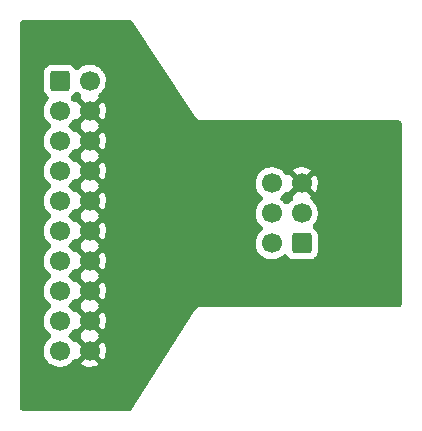
<source format=gbr>
%TF.GenerationSoftware,KiCad,Pcbnew,(6.0.0-0)*%
%TF.CreationDate,2022-03-26T15:15:51+01:00*%
%TF.ProjectId,ARM20CTX,41524d32-3043-4545-982e-6b696361645f,rev?*%
%TF.SameCoordinates,Original*%
%TF.FileFunction,Copper,L2,Bot*%
%TF.FilePolarity,Positive*%
%FSLAX46Y46*%
G04 Gerber Fmt 4.6, Leading zero omitted, Abs format (unit mm)*
G04 Created by KiCad (PCBNEW (6.0.0-0)) date 2022-03-26 15:15:51*
%MOMM*%
%LPD*%
G01*
G04 APERTURE LIST*
G04 Aperture macros list*
%AMRoundRect*
0 Rectangle with rounded corners*
0 $1 Rounding radius*
0 $2 $3 $4 $5 $6 $7 $8 $9 X,Y pos of 4 corners*
0 Add a 4 corners polygon primitive as box body*
4,1,4,$2,$3,$4,$5,$6,$7,$8,$9,$2,$3,0*
0 Add four circle primitives for the rounded corners*
1,1,$1+$1,$2,$3*
1,1,$1+$1,$4,$5*
1,1,$1+$1,$6,$7*
1,1,$1+$1,$8,$9*
0 Add four rect primitives between the rounded corners*
20,1,$1+$1,$2,$3,$4,$5,0*
20,1,$1+$1,$4,$5,$6,$7,0*
20,1,$1+$1,$6,$7,$8,$9,0*
20,1,$1+$1,$8,$9,$2,$3,0*%
G04 Aperture macros list end*
%TA.AperFunction,ComponentPad*%
%ADD10C,1.700000*%
%TD*%
%TA.AperFunction,ComponentPad*%
%ADD11RoundRect,0.250000X-0.600000X-0.600000X0.600000X-0.600000X0.600000X0.600000X-0.600000X0.600000X0*%
%TD*%
%TA.AperFunction,ComponentPad*%
%ADD12RoundRect,0.250000X0.600000X0.600000X-0.600000X0.600000X-0.600000X-0.600000X0.600000X-0.600000X0*%
%TD*%
G04 APERTURE END LIST*
D10*
%TO.P,J1,20,Pin_20*%
%TO.N,GND*%
X126746001Y-92913200D03*
%TO.P,J1,18,Pin_18*%
X126746001Y-90373200D03*
%TO.P,J1,16,Pin_16*%
X126746001Y-87833200D03*
%TO.P,J1,14,Pin_14*%
X126746001Y-85293200D03*
%TO.P,J1,12,Pin_12*%
X126746001Y-82753200D03*
%TO.P,J1,10,Pin_10*%
X126746001Y-80213200D03*
%TO.P,J1,8,Pin_8*%
X126746001Y-77673200D03*
%TO.P,J1,6,Pin_6*%
X126746001Y-75133200D03*
%TO.P,J1,4,Pin_4*%
X126746001Y-72593200D03*
%TO.P,J1,2,Pin_2*%
%TO.N,unconnected-(J1-Pad2)*%
X126746001Y-70053200D03*
%TO.P,J1,19,Pin_19*%
%TO.N,unconnected-(J1-Pad19)*%
X124206001Y-92913200D03*
%TO.P,J1,17,Pin_17*%
%TO.N,unconnected-(J1-Pad17)*%
X124206001Y-90373200D03*
%TO.P,J1,15,Pin_15*%
%TO.N,nRESET*%
X124206001Y-87833200D03*
%TO.P,J1,13,Pin_13*%
%TO.N,SWO*%
X124206001Y-85293200D03*
%TO.P,J1,11,Pin_11*%
%TO.N,RTCK*%
X124206001Y-82753200D03*
%TO.P,J1,9,Pin_9*%
%TO.N,SWCLK*%
X124206001Y-80213200D03*
%TO.P,J1,7,Pin_7*%
%TO.N,SWDIO*%
X124206001Y-77673200D03*
%TO.P,J1,5,Pin_5*%
%TO.N,TDI*%
X124206001Y-75133200D03*
%TO.P,J1,3,Pin_3*%
%TO.N,nTRST*%
X124206001Y-72593200D03*
D11*
%TO.P,J1,1,Pin_1*%
%TO.N,VCC*%
X124206001Y-70053200D03*
%TD*%
D12*
%TO.P,J2,1,Pin_1*%
%TO.N,VCC*%
X144696400Y-83820000D03*
D10*
%TO.P,J2,2,Pin_2*%
%TO.N,SWDIO*%
X142156400Y-83820000D03*
%TO.P,J2,3,Pin_3*%
%TO.N,nRESET*%
X144696400Y-81280000D03*
%TO.P,J2,4,Pin_4*%
%TO.N,SWCLK*%
X142156400Y-81280000D03*
%TO.P,J2,5,Pin_5*%
%TO.N,GND*%
X144696400Y-78740000D03*
%TO.P,J2,6,Pin_6*%
%TO.N,SWO*%
X142156400Y-78740000D03*
%TD*%
%TA.AperFunction,Conductor*%
%TO.N,GND*%
G36*
X130244867Y-64941658D02*
G01*
X130326946Y-64996502D01*
X130358750Y-65035351D01*
X135430914Y-72666443D01*
X135765774Y-73170242D01*
X135769042Y-73175288D01*
X135803960Y-73230631D01*
X135817475Y-73242567D01*
X135824662Y-73248915D01*
X135845901Y-73270038D01*
X135852292Y-73277196D01*
X135852295Y-73277199D01*
X135864295Y-73290638D01*
X135879583Y-73300169D01*
X135888775Y-73307906D01*
X135889491Y-73308439D01*
X135899521Y-73315027D01*
X135913028Y-73326956D01*
X135938037Y-73338698D01*
X135964342Y-73353008D01*
X135967302Y-73354853D01*
X135987779Y-73367618D01*
X136005141Y-73372478D01*
X136016147Y-73377330D01*
X136016936Y-73377624D01*
X136028434Y-73381139D01*
X136044748Y-73388799D01*
X136072037Y-73393048D01*
X136101313Y-73399402D01*
X136110547Y-73401987D01*
X136110552Y-73401988D01*
X136127907Y-73406846D01*
X136199792Y-73406017D01*
X136202709Y-73406000D01*
X152909000Y-73406000D01*
X153005819Y-73425258D01*
X153087898Y-73480102D01*
X153142742Y-73562181D01*
X153162000Y-73659000D01*
X153162000Y-88951800D01*
X153142742Y-89048619D01*
X153087898Y-89130698D01*
X153005819Y-89185542D01*
X152909000Y-89204800D01*
X136156966Y-89204800D01*
X136156083Y-89204798D01*
X136073015Y-89204508D01*
X136055692Y-89209508D01*
X136053921Y-89210019D01*
X136019623Y-89217388D01*
X136018370Y-89217568D01*
X135999955Y-89220205D01*
X135983544Y-89227666D01*
X135982731Y-89227904D01*
X135951303Y-89239513D01*
X135950526Y-89239863D01*
X135933208Y-89244862D01*
X135916419Y-89255516D01*
X135885581Y-89272207D01*
X135883899Y-89272972D01*
X135867490Y-89280433D01*
X135853837Y-89292197D01*
X135853101Y-89292668D01*
X135826210Y-89312621D01*
X135825559Y-89313178D01*
X135810345Y-89322833D01*
X135797222Y-89337770D01*
X135772310Y-89362445D01*
X135757253Y-89375419D01*
X135737849Y-89405356D01*
X135735728Y-89403981D01*
X135735602Y-89404126D01*
X135735266Y-89403833D01*
X135734483Y-89405514D01*
X135736554Y-89406831D01*
X135719606Y-89433485D01*
X135718502Y-89435205D01*
X135678107Y-89497527D01*
X135677443Y-89499749D01*
X135677263Y-89500078D01*
X130351564Y-97875950D01*
X130283364Y-97947318D01*
X130193043Y-97987155D01*
X130138067Y-97993200D01*
X121106200Y-97993200D01*
X121009381Y-97973942D01*
X120927302Y-97919098D01*
X120872458Y-97837019D01*
X120853200Y-97740200D01*
X120853200Y-92879895D01*
X122843252Y-92879895D01*
X122856111Y-93102915D01*
X122905223Y-93320839D01*
X122909130Y-93330460D01*
X122985361Y-93518198D01*
X122985364Y-93518204D01*
X122989267Y-93527816D01*
X122994691Y-93536667D01*
X123100561Y-93709433D01*
X123100565Y-93709439D01*
X123105988Y-93718288D01*
X123252251Y-93887138D01*
X123424127Y-94029832D01*
X123433093Y-94035071D01*
X123433094Y-94035072D01*
X123486131Y-94066064D01*
X123617001Y-94142538D01*
X123825693Y-94222230D01*
X123928232Y-94243092D01*
X124034428Y-94264698D01*
X124034429Y-94264698D01*
X124044598Y-94266767D01*
X124167420Y-94271271D01*
X124257467Y-94274573D01*
X124257471Y-94274573D01*
X124267838Y-94274953D01*
X124386222Y-94259788D01*
X124479114Y-94247888D01*
X124479116Y-94247888D01*
X124489417Y-94246568D01*
X124563640Y-94224300D01*
X124693443Y-94185357D01*
X124693446Y-94185356D01*
X124703385Y-94182374D01*
X124903995Y-94084096D01*
X124912444Y-94078069D01*
X124912448Y-94078067D01*
X124967940Y-94038485D01*
X125985772Y-94038485D01*
X125988371Y-94042374D01*
X125993958Y-94046685D01*
X126148251Y-94136846D01*
X126166919Y-94145790D01*
X126356136Y-94218045D01*
X126376004Y-94223817D01*
X126574486Y-94264199D01*
X126595030Y-94266648D01*
X126797444Y-94274071D01*
X126818111Y-94273132D01*
X127019008Y-94247397D01*
X127039263Y-94243092D01*
X127233254Y-94184891D01*
X127252526Y-94177339D01*
X127434420Y-94088230D01*
X127452184Y-94077641D01*
X127489711Y-94050873D01*
X127504228Y-94035440D01*
X127500292Y-94026701D01*
X126763620Y-93290029D01*
X126746001Y-93278256D01*
X126728382Y-93290029D01*
X125997545Y-94020866D01*
X125985772Y-94038485D01*
X124967940Y-94038485D01*
X125077411Y-93960400D01*
X125085861Y-93954373D01*
X125093215Y-93947045D01*
X125236746Y-93804015D01*
X125236750Y-93804011D01*
X125244097Y-93796689D01*
X125250151Y-93788264D01*
X125250156Y-93788258D01*
X125283222Y-93742241D01*
X125355359Y-93674853D01*
X125447792Y-93640201D01*
X125546451Y-93643559D01*
X125594603Y-93660116D01*
X125622133Y-93672808D01*
X125628955Y-93670291D01*
X125632476Y-93667515D01*
X126369172Y-92930819D01*
X126380945Y-92913200D01*
X127111057Y-92913200D01*
X127122830Y-92930819D01*
X127851668Y-93659657D01*
X127869287Y-93671430D01*
X127877368Y-93666031D01*
X127907964Y-93623451D01*
X127918623Y-93605711D01*
X128008364Y-93424135D01*
X128015983Y-93404892D01*
X128074864Y-93211092D01*
X128079235Y-93190875D01*
X128106149Y-92986443D01*
X128107193Y-92973024D01*
X128108490Y-92919939D01*
X128108103Y-92906484D01*
X128091209Y-92700999D01*
X128087827Y-92680565D01*
X128038486Y-92484136D01*
X128031814Y-92464538D01*
X127951055Y-92278803D01*
X127941270Y-92260555D01*
X127882759Y-92170109D01*
X127867999Y-92154904D01*
X127860913Y-92157716D01*
X127859773Y-92158638D01*
X127122830Y-92895581D01*
X127111057Y-92913200D01*
X126380945Y-92913200D01*
X126369172Y-92895581D01*
X125640657Y-92167066D01*
X125622012Y-92154608D01*
X125614213Y-92156159D01*
X125542822Y-92185731D01*
X125444106Y-92185731D01*
X125352904Y-92147954D01*
X125293015Y-92091960D01*
X125291651Y-92090189D01*
X125286015Y-92081477D01*
X125135671Y-91916251D01*
X125127532Y-91909823D01*
X125127519Y-91909811D01*
X125042567Y-91842720D01*
X124978522Y-91767600D01*
X124948100Y-91673689D01*
X124955931Y-91575285D01*
X124995148Y-91498485D01*
X125985772Y-91498485D01*
X125988819Y-91503045D01*
X126026596Y-91594246D01*
X126026596Y-91692962D01*
X125988819Y-91784163D01*
X125987511Y-91785850D01*
X125986443Y-91788889D01*
X125991565Y-91799554D01*
X126728382Y-92536371D01*
X126746001Y-92548144D01*
X126763620Y-92536371D01*
X127494583Y-91805408D01*
X127506356Y-91787790D01*
X127503063Y-91782862D01*
X127465286Y-91691660D01*
X127465286Y-91592944D01*
X127499678Y-91509915D01*
X127504736Y-91496565D01*
X127500292Y-91486701D01*
X126763620Y-90750029D01*
X126746001Y-90738256D01*
X126728382Y-90750029D01*
X125997545Y-91480866D01*
X125985772Y-91498485D01*
X124995148Y-91498485D01*
X125000825Y-91487368D01*
X125052455Y-91438201D01*
X125077411Y-91420400D01*
X125085861Y-91414373D01*
X125093215Y-91407045D01*
X125236746Y-91264015D01*
X125236750Y-91264011D01*
X125244097Y-91256689D01*
X125250151Y-91248264D01*
X125250156Y-91248258D01*
X125283222Y-91202241D01*
X125355359Y-91134853D01*
X125447792Y-91100201D01*
X125546451Y-91103559D01*
X125594603Y-91120116D01*
X125622133Y-91132808D01*
X125628955Y-91130291D01*
X125632476Y-91127515D01*
X126369172Y-90390819D01*
X126380945Y-90373200D01*
X127111057Y-90373200D01*
X127122830Y-90390819D01*
X127851668Y-91119657D01*
X127869287Y-91131430D01*
X127877368Y-91126031D01*
X127907964Y-91083451D01*
X127918623Y-91065711D01*
X128008364Y-90884135D01*
X128015983Y-90864892D01*
X128074864Y-90671092D01*
X128079235Y-90650875D01*
X128106149Y-90446443D01*
X128107193Y-90433024D01*
X128108490Y-90379939D01*
X128108103Y-90366484D01*
X128091209Y-90160999D01*
X128087827Y-90140565D01*
X128038486Y-89944136D01*
X128031814Y-89924538D01*
X127951055Y-89738803D01*
X127941270Y-89720555D01*
X127882759Y-89630109D01*
X127867999Y-89614904D01*
X127860913Y-89617716D01*
X127859773Y-89618638D01*
X127122830Y-90355581D01*
X127111057Y-90373200D01*
X126380945Y-90373200D01*
X126369172Y-90355581D01*
X125640657Y-89627066D01*
X125622012Y-89614608D01*
X125614213Y-89616159D01*
X125542822Y-89645731D01*
X125444106Y-89645731D01*
X125352904Y-89607954D01*
X125293015Y-89551960D01*
X125291651Y-89550189D01*
X125286015Y-89541477D01*
X125163496Y-89406830D01*
X125142657Y-89383928D01*
X125142654Y-89383925D01*
X125135671Y-89376251D01*
X125127532Y-89369823D01*
X125127519Y-89369811D01*
X125042567Y-89302720D01*
X124978522Y-89227600D01*
X124948100Y-89133689D01*
X124955931Y-89035285D01*
X124995148Y-88958485D01*
X125985772Y-88958485D01*
X125988819Y-88963045D01*
X126026596Y-89054246D01*
X126026596Y-89152962D01*
X125988819Y-89244163D01*
X125987511Y-89245850D01*
X125986443Y-89248889D01*
X125991565Y-89259554D01*
X126728382Y-89996371D01*
X126746001Y-90008144D01*
X126763620Y-89996371D01*
X127494583Y-89265408D01*
X127506356Y-89247790D01*
X127503063Y-89242862D01*
X127465286Y-89151660D01*
X127465286Y-89052944D01*
X127499678Y-88969915D01*
X127504736Y-88956565D01*
X127500292Y-88946701D01*
X126763620Y-88210029D01*
X126746001Y-88198256D01*
X126728382Y-88210029D01*
X125997545Y-88940866D01*
X125985772Y-88958485D01*
X124995148Y-88958485D01*
X125000825Y-88947368D01*
X125052455Y-88898201D01*
X125077411Y-88880400D01*
X125085861Y-88874373D01*
X125093215Y-88867045D01*
X125236746Y-88724015D01*
X125236750Y-88724011D01*
X125244097Y-88716689D01*
X125250151Y-88708264D01*
X125250156Y-88708258D01*
X125283222Y-88662241D01*
X125355359Y-88594853D01*
X125447792Y-88560201D01*
X125546451Y-88563559D01*
X125594603Y-88580116D01*
X125622133Y-88592808D01*
X125628955Y-88590291D01*
X125632476Y-88587515D01*
X126369172Y-87850819D01*
X126380945Y-87833200D01*
X127111057Y-87833200D01*
X127122830Y-87850819D01*
X127851668Y-88579657D01*
X127869287Y-88591430D01*
X127877368Y-88586031D01*
X127907964Y-88543451D01*
X127918623Y-88525711D01*
X128008364Y-88344135D01*
X128015983Y-88324892D01*
X128074864Y-88131092D01*
X128079235Y-88110875D01*
X128106149Y-87906443D01*
X128107193Y-87893024D01*
X128108490Y-87839939D01*
X128108103Y-87826484D01*
X128091209Y-87620999D01*
X128087827Y-87600565D01*
X128038486Y-87404136D01*
X128031814Y-87384538D01*
X127951055Y-87198803D01*
X127941270Y-87180555D01*
X127882759Y-87090109D01*
X127867999Y-87074904D01*
X127860913Y-87077716D01*
X127859773Y-87078638D01*
X127122830Y-87815581D01*
X127111057Y-87833200D01*
X126380945Y-87833200D01*
X126369172Y-87815581D01*
X125640657Y-87087066D01*
X125622012Y-87074608D01*
X125614213Y-87076159D01*
X125542822Y-87105731D01*
X125444106Y-87105731D01*
X125352904Y-87067954D01*
X125293015Y-87011960D01*
X125291651Y-87010189D01*
X125286015Y-87001477D01*
X125135671Y-86836251D01*
X125127532Y-86829823D01*
X125127519Y-86829811D01*
X125042567Y-86762720D01*
X124978522Y-86687600D01*
X124948100Y-86593689D01*
X124955931Y-86495285D01*
X124995148Y-86418485D01*
X125985772Y-86418485D01*
X125988819Y-86423045D01*
X126026596Y-86514246D01*
X126026596Y-86612962D01*
X125988819Y-86704163D01*
X125987511Y-86705850D01*
X125986443Y-86708889D01*
X125991565Y-86719554D01*
X126728382Y-87456371D01*
X126746001Y-87468144D01*
X126763620Y-87456371D01*
X127494583Y-86725408D01*
X127506356Y-86707790D01*
X127503063Y-86702862D01*
X127465286Y-86611660D01*
X127465286Y-86512944D01*
X127499678Y-86429915D01*
X127504736Y-86416565D01*
X127500292Y-86406701D01*
X126763620Y-85670029D01*
X126746001Y-85658256D01*
X126728382Y-85670029D01*
X125997545Y-86400866D01*
X125985772Y-86418485D01*
X124995148Y-86418485D01*
X125000825Y-86407368D01*
X125052455Y-86358201D01*
X125077411Y-86340400D01*
X125085861Y-86334373D01*
X125093215Y-86327045D01*
X125236746Y-86184015D01*
X125236750Y-86184011D01*
X125244097Y-86176689D01*
X125250151Y-86168264D01*
X125250156Y-86168258D01*
X125283222Y-86122241D01*
X125355359Y-86054853D01*
X125447792Y-86020201D01*
X125546451Y-86023559D01*
X125594603Y-86040116D01*
X125622133Y-86052808D01*
X125628955Y-86050291D01*
X125632476Y-86047515D01*
X126369172Y-85310819D01*
X126380945Y-85293200D01*
X127111057Y-85293200D01*
X127122830Y-85310819D01*
X127851668Y-86039657D01*
X127869287Y-86051430D01*
X127877368Y-86046031D01*
X127907964Y-86003451D01*
X127918623Y-85985711D01*
X128008364Y-85804135D01*
X128015983Y-85784892D01*
X128074864Y-85591092D01*
X128079235Y-85570875D01*
X128106149Y-85366443D01*
X128107193Y-85353024D01*
X128108490Y-85299939D01*
X128108103Y-85286484D01*
X128091209Y-85080999D01*
X128087827Y-85060565D01*
X128038486Y-84864136D01*
X128031814Y-84844538D01*
X127951055Y-84658803D01*
X127941270Y-84640555D01*
X127882759Y-84550109D01*
X127867999Y-84534904D01*
X127860913Y-84537716D01*
X127859773Y-84538638D01*
X127122830Y-85275581D01*
X127111057Y-85293200D01*
X126380945Y-85293200D01*
X126369172Y-85275581D01*
X125640657Y-84547066D01*
X125622012Y-84534608D01*
X125614213Y-84536159D01*
X125542822Y-84565731D01*
X125444106Y-84565731D01*
X125352904Y-84527954D01*
X125293015Y-84471960D01*
X125291651Y-84470189D01*
X125286015Y-84461477D01*
X125135671Y-84296251D01*
X125127532Y-84289823D01*
X125127519Y-84289811D01*
X125042567Y-84222720D01*
X124978522Y-84147600D01*
X124948100Y-84053689D01*
X124955931Y-83955285D01*
X124995148Y-83878485D01*
X125985772Y-83878485D01*
X125988819Y-83883045D01*
X126026596Y-83974246D01*
X126026596Y-84072962D01*
X125988819Y-84164163D01*
X125987511Y-84165850D01*
X125986443Y-84168889D01*
X125991565Y-84179554D01*
X126728382Y-84916371D01*
X126746001Y-84928144D01*
X126763620Y-84916371D01*
X127494583Y-84185408D01*
X127506356Y-84167790D01*
X127503063Y-84162862D01*
X127465286Y-84071660D01*
X127465286Y-83972944D01*
X127499678Y-83889915D01*
X127504736Y-83876565D01*
X127500292Y-83866701D01*
X127420286Y-83786695D01*
X140793651Y-83786695D01*
X140794249Y-83797067D01*
X140794249Y-83797068D01*
X140803372Y-83955285D01*
X140806510Y-84009715D01*
X140855622Y-84227639D01*
X140874380Y-84273835D01*
X140935760Y-84424998D01*
X140935763Y-84425004D01*
X140939666Y-84434616D01*
X140945090Y-84443467D01*
X141050960Y-84616233D01*
X141050964Y-84616239D01*
X141056387Y-84625088D01*
X141202650Y-84793938D01*
X141210642Y-84800573D01*
X141210643Y-84800574D01*
X141227265Y-84814374D01*
X141374526Y-84936632D01*
X141567400Y-85049338D01*
X141577096Y-85053041D01*
X141577097Y-85053041D01*
X141610023Y-85065614D01*
X141776092Y-85129030D01*
X141881050Y-85150384D01*
X141984827Y-85171498D01*
X141984828Y-85171498D01*
X141994997Y-85173567D01*
X142117819Y-85178071D01*
X142207866Y-85181373D01*
X142207870Y-85181373D01*
X142218237Y-85181753D01*
X142336621Y-85166588D01*
X142429513Y-85154688D01*
X142429515Y-85154688D01*
X142439816Y-85153368D01*
X142533284Y-85125326D01*
X142643842Y-85092157D01*
X142643845Y-85092156D01*
X142653784Y-85089174D01*
X142854394Y-84990896D01*
X142862843Y-84984869D01*
X142862847Y-84984867D01*
X142961299Y-84914642D01*
X143036260Y-84861173D01*
X143083224Y-84814372D01*
X143165397Y-84759674D01*
X143262250Y-84740585D01*
X143359035Y-84760013D01*
X143441018Y-84815000D01*
X143476945Y-84860450D01*
X143479226Y-84864136D01*
X143497922Y-84894348D01*
X143623097Y-85019305D01*
X143773662Y-85112115D01*
X143889040Y-85150384D01*
X143927514Y-85163145D01*
X143941539Y-85167797D01*
X144046000Y-85178500D01*
X145346800Y-85178500D01*
X145353306Y-85177825D01*
X145438796Y-85168955D01*
X145438798Y-85168954D01*
X145452566Y-85167526D01*
X145561748Y-85131100D01*
X145606406Y-85116201D01*
X145606408Y-85116200D01*
X145620346Y-85111550D01*
X145695547Y-85065014D01*
X145758252Y-85026211D01*
X145758253Y-85026210D01*
X145770748Y-85018478D01*
X145804301Y-84984867D01*
X145885320Y-84903706D01*
X145895705Y-84893303D01*
X145961794Y-84786088D01*
X145980802Y-84755251D01*
X145980802Y-84755250D01*
X145988515Y-84742738D01*
X146044197Y-84574861D01*
X146054900Y-84470400D01*
X146054900Y-83169600D01*
X146043926Y-83063834D01*
X146012860Y-82970719D01*
X145992601Y-82909994D01*
X145992600Y-82909992D01*
X145987950Y-82896054D01*
X145894878Y-82745652D01*
X145769703Y-82620695D01*
X145757191Y-82612982D01*
X145757184Y-82612977D01*
X145737436Y-82600804D01*
X145665123Y-82533606D01*
X145624031Y-82443849D01*
X145620415Y-82345200D01*
X145654826Y-82252676D01*
X145691611Y-82206224D01*
X145727145Y-82170814D01*
X145734496Y-82163489D01*
X145773517Y-82109186D01*
X145831481Y-82028519D01*
X145864853Y-81982077D01*
X145898597Y-81913802D01*
X145959227Y-81791125D01*
X145959228Y-81791123D01*
X145963830Y-81781811D01*
X145993936Y-81682720D01*
X146025752Y-81578003D01*
X146025752Y-81578001D01*
X146028770Y-81568069D01*
X146033564Y-81531660D01*
X146045297Y-81442538D01*
X146057929Y-81346590D01*
X146058339Y-81329832D01*
X146059392Y-81286730D01*
X146059392Y-81286722D01*
X146059556Y-81280000D01*
X146041252Y-81057361D01*
X146033016Y-81024570D01*
X146019668Y-80971430D01*
X145986831Y-80840702D01*
X145965397Y-80791406D01*
X145901894Y-80645361D01*
X145901893Y-80645360D01*
X145897754Y-80635840D01*
X145888050Y-80620839D01*
X145782054Y-80456995D01*
X145782054Y-80456994D01*
X145776414Y-80448277D01*
X145626070Y-80283051D01*
X145617925Y-80276618D01*
X145617917Y-80276611D01*
X145517069Y-80196965D01*
X145453024Y-80121845D01*
X145422602Y-80027934D01*
X145430433Y-79929529D01*
X145441084Y-79908672D01*
X145438361Y-79907640D01*
X145455135Y-79863365D01*
X145450691Y-79853501D01*
X144714019Y-79116829D01*
X144696400Y-79105056D01*
X144678781Y-79116829D01*
X143947944Y-79847666D01*
X143935486Y-79866311D01*
X143936391Y-79870864D01*
X143968447Y-79948248D01*
X143968449Y-80046964D01*
X143930673Y-80138166D01*
X143872215Y-80199931D01*
X143845567Y-80219939D01*
X143791365Y-80260635D01*
X143784186Y-80268147D01*
X143784183Y-80268150D01*
X143766702Y-80286443D01*
X143637029Y-80422138D01*
X143631175Y-80430719D01*
X143624641Y-80438788D01*
X143622545Y-80437091D01*
X143565040Y-80493514D01*
X143473484Y-80530423D01*
X143374773Y-80529486D01*
X143283934Y-80490845D01*
X143237648Y-80447154D01*
X143236414Y-80448277D01*
X143093056Y-80290728D01*
X143093053Y-80290725D01*
X143086070Y-80283051D01*
X143077931Y-80276623D01*
X143077918Y-80276611D01*
X142992966Y-80209520D01*
X142928921Y-80134400D01*
X142898499Y-80040489D01*
X142906330Y-79942085D01*
X142951224Y-79854168D01*
X143002854Y-79805001D01*
X143027810Y-79787200D01*
X143036260Y-79781173D01*
X143043614Y-79773845D01*
X143187145Y-79630815D01*
X143187149Y-79630811D01*
X143194496Y-79623489D01*
X143200550Y-79615064D01*
X143200555Y-79615058D01*
X143233621Y-79569041D01*
X143305758Y-79501653D01*
X143398191Y-79467001D01*
X143496850Y-79470359D01*
X143545002Y-79486916D01*
X143572532Y-79499608D01*
X143579354Y-79497091D01*
X143582875Y-79494315D01*
X144319571Y-78757619D01*
X144331344Y-78740000D01*
X145061456Y-78740000D01*
X145073229Y-78757619D01*
X145802067Y-79486457D01*
X145819686Y-79498230D01*
X145827767Y-79492831D01*
X145858363Y-79450251D01*
X145869022Y-79432511D01*
X145958763Y-79250935D01*
X145966382Y-79231692D01*
X146025263Y-79037892D01*
X146029634Y-79017675D01*
X146056548Y-78813243D01*
X146057592Y-78799824D01*
X146058889Y-78746739D01*
X146058502Y-78733284D01*
X146041608Y-78527799D01*
X146038226Y-78507365D01*
X145988885Y-78310936D01*
X145982213Y-78291338D01*
X145901454Y-78105603D01*
X145891669Y-78087355D01*
X145833158Y-77996909D01*
X145818398Y-77981704D01*
X145811312Y-77984516D01*
X145810172Y-77985438D01*
X145073229Y-78722381D01*
X145061456Y-78740000D01*
X144331344Y-78740000D01*
X144319571Y-78722381D01*
X143591056Y-77993866D01*
X143572411Y-77981408D01*
X143564612Y-77982959D01*
X143493221Y-78012531D01*
X143394505Y-78012531D01*
X143303303Y-77974754D01*
X143243414Y-77918760D01*
X143242050Y-77916989D01*
X143236414Y-77908277D01*
X143086070Y-77743051D01*
X143077928Y-77736621D01*
X143077925Y-77736618D01*
X142968587Y-77650268D01*
X142926211Y-77616801D01*
X143937377Y-77616801D01*
X143941964Y-77626354D01*
X144678781Y-78363171D01*
X144696400Y-78374944D01*
X144714019Y-78363171D01*
X145444982Y-77632208D01*
X145456755Y-77614589D01*
X145451489Y-77606708D01*
X145441391Y-77599999D01*
X145264077Y-77502116D01*
X145245193Y-77493629D01*
X145054272Y-77426020D01*
X145034259Y-77420733D01*
X144834863Y-77385216D01*
X144814253Y-77383267D01*
X144611731Y-77380792D01*
X144591080Y-77382236D01*
X144390872Y-77412872D01*
X144370741Y-77417668D01*
X144178207Y-77480597D01*
X144159151Y-77488608D01*
X143979485Y-77582136D01*
X143961967Y-77593169D01*
X143951514Y-77601016D01*
X143937377Y-77616801D01*
X142926211Y-77616801D01*
X142910759Y-77604598D01*
X142827171Y-77558455D01*
X142724278Y-77501655D01*
X142724274Y-77501653D01*
X142715189Y-77496638D01*
X142705406Y-77493174D01*
X142705400Y-77493171D01*
X142514400Y-77425535D01*
X142514399Y-77425535D01*
X142504612Y-77422069D01*
X142494392Y-77420249D01*
X142494390Y-77420248D01*
X142294907Y-77384715D01*
X142284684Y-77382894D01*
X142274304Y-77382767D01*
X142274302Y-77382767D01*
X142159958Y-77381370D01*
X142061311Y-77380165D01*
X141840491Y-77413955D01*
X141830618Y-77417182D01*
X141830614Y-77417183D01*
X141728495Y-77450561D01*
X141628156Y-77483357D01*
X141430007Y-77586507D01*
X141251365Y-77720635D01*
X141244186Y-77728147D01*
X141244183Y-77728150D01*
X141226702Y-77746443D01*
X141097029Y-77882138D01*
X140971143Y-78066680D01*
X140877088Y-78269305D01*
X140874313Y-78279312D01*
X140874312Y-78279314D01*
X140851056Y-78363171D01*
X140817389Y-78484570D01*
X140793651Y-78706695D01*
X140794249Y-78717067D01*
X140794249Y-78717068D01*
X140803372Y-78875285D01*
X140806510Y-78929715D01*
X140855622Y-79147639D01*
X140874380Y-79193835D01*
X140935760Y-79344998D01*
X140935763Y-79345004D01*
X140939666Y-79354616D01*
X140945090Y-79363467D01*
X141050960Y-79536233D01*
X141050964Y-79536239D01*
X141056387Y-79545088D01*
X141202650Y-79713938D01*
X141325090Y-79815590D01*
X141387280Y-79892249D01*
X141415399Y-79986875D01*
X141405167Y-80085059D01*
X141358140Y-80171853D01*
X141315387Y-80212566D01*
X141251365Y-80260635D01*
X141244186Y-80268147D01*
X141244183Y-80268150D01*
X141226702Y-80286443D01*
X141097029Y-80422138D01*
X140971143Y-80606680D01*
X140877088Y-80809305D01*
X140817389Y-81024570D01*
X140793651Y-81246695D01*
X140794249Y-81257067D01*
X140794249Y-81257068D01*
X140803372Y-81415285D01*
X140806510Y-81469715D01*
X140855622Y-81687639D01*
X140874380Y-81733835D01*
X140935760Y-81884998D01*
X140935763Y-81885004D01*
X140939666Y-81894616D01*
X140945090Y-81903467D01*
X141050960Y-82076233D01*
X141050964Y-82076239D01*
X141056387Y-82085088D01*
X141202650Y-82253938D01*
X141325090Y-82355590D01*
X141387280Y-82432249D01*
X141415399Y-82526875D01*
X141405167Y-82625059D01*
X141358140Y-82711853D01*
X141315387Y-82752566D01*
X141251365Y-82800635D01*
X141244186Y-82808147D01*
X141244183Y-82808150D01*
X141205411Y-82848723D01*
X141097029Y-82962138D01*
X140971143Y-83146680D01*
X140877088Y-83349305D01*
X140817389Y-83564570D01*
X140793651Y-83786695D01*
X127420286Y-83786695D01*
X126763620Y-83130029D01*
X126746001Y-83118256D01*
X126728382Y-83130029D01*
X125997545Y-83860866D01*
X125985772Y-83878485D01*
X124995148Y-83878485D01*
X125000825Y-83867368D01*
X125052455Y-83818201D01*
X125077411Y-83800400D01*
X125085861Y-83794373D01*
X125103928Y-83776369D01*
X125236746Y-83644015D01*
X125236750Y-83644011D01*
X125244097Y-83636689D01*
X125250151Y-83628264D01*
X125250156Y-83628258D01*
X125283222Y-83582241D01*
X125355359Y-83514853D01*
X125447792Y-83480201D01*
X125546451Y-83483559D01*
X125594603Y-83500116D01*
X125622133Y-83512808D01*
X125628955Y-83510291D01*
X125632476Y-83507515D01*
X126369172Y-82770819D01*
X126380945Y-82753200D01*
X127111057Y-82753200D01*
X127122830Y-82770819D01*
X127851668Y-83499657D01*
X127869287Y-83511430D01*
X127877368Y-83506031D01*
X127907964Y-83463451D01*
X127918623Y-83445711D01*
X128008364Y-83264135D01*
X128015983Y-83244892D01*
X128074864Y-83051092D01*
X128079235Y-83030875D01*
X128106149Y-82826443D01*
X128107193Y-82813024D01*
X128108490Y-82759939D01*
X128108103Y-82746484D01*
X128091209Y-82540999D01*
X128087827Y-82520565D01*
X128038486Y-82324136D01*
X128031814Y-82304538D01*
X127951055Y-82118803D01*
X127941270Y-82100555D01*
X127882759Y-82010109D01*
X127867999Y-81994904D01*
X127860913Y-81997716D01*
X127859773Y-81998638D01*
X127122830Y-82735581D01*
X127111057Y-82753200D01*
X126380945Y-82753200D01*
X126369172Y-82735581D01*
X125640657Y-82007066D01*
X125622012Y-81994608D01*
X125614213Y-81996159D01*
X125542822Y-82025731D01*
X125444106Y-82025731D01*
X125352904Y-81987954D01*
X125293015Y-81931960D01*
X125291651Y-81930189D01*
X125286015Y-81921477D01*
X125135671Y-81756251D01*
X125127532Y-81749823D01*
X125127519Y-81749811D01*
X125042567Y-81682720D01*
X124978522Y-81607600D01*
X124948100Y-81513689D01*
X124955931Y-81415285D01*
X124995148Y-81338485D01*
X125985772Y-81338485D01*
X125988819Y-81343045D01*
X126026596Y-81434246D01*
X126026596Y-81532962D01*
X125988819Y-81624163D01*
X125987511Y-81625850D01*
X125986443Y-81628889D01*
X125991565Y-81639554D01*
X126728382Y-82376371D01*
X126746001Y-82388144D01*
X126763620Y-82376371D01*
X127494583Y-81645408D01*
X127506356Y-81627790D01*
X127503063Y-81622862D01*
X127465286Y-81531660D01*
X127465286Y-81432944D01*
X127499678Y-81349915D01*
X127504736Y-81336565D01*
X127500292Y-81326701D01*
X126763620Y-80590029D01*
X126746001Y-80578256D01*
X126728382Y-80590029D01*
X125997545Y-81320866D01*
X125985772Y-81338485D01*
X124995148Y-81338485D01*
X125000825Y-81327368D01*
X125052455Y-81278201D01*
X125077411Y-81260400D01*
X125085861Y-81254373D01*
X125103928Y-81236369D01*
X125236746Y-81104015D01*
X125236750Y-81104011D01*
X125244097Y-81096689D01*
X125250151Y-81088264D01*
X125250156Y-81088258D01*
X125283222Y-81042241D01*
X125355359Y-80974853D01*
X125447792Y-80940201D01*
X125546451Y-80943559D01*
X125594603Y-80960116D01*
X125622133Y-80972808D01*
X125628955Y-80970291D01*
X125632476Y-80967515D01*
X126369172Y-80230819D01*
X126380945Y-80213200D01*
X127111057Y-80213200D01*
X127122830Y-80230819D01*
X127851668Y-80959657D01*
X127869287Y-80971430D01*
X127877368Y-80966031D01*
X127907964Y-80923451D01*
X127918623Y-80905711D01*
X128008364Y-80724135D01*
X128015983Y-80704892D01*
X128074864Y-80511092D01*
X128079235Y-80490875D01*
X128106149Y-80286443D01*
X128107193Y-80273024D01*
X128108490Y-80219939D01*
X128108103Y-80206484D01*
X128091209Y-80000999D01*
X128087827Y-79980565D01*
X128038486Y-79784136D01*
X128031814Y-79764538D01*
X127951055Y-79578803D01*
X127941270Y-79560555D01*
X127882759Y-79470109D01*
X127867999Y-79454904D01*
X127860913Y-79457716D01*
X127859773Y-79458638D01*
X127122830Y-80195581D01*
X127111057Y-80213200D01*
X126380945Y-80213200D01*
X126369172Y-80195581D01*
X125640657Y-79467066D01*
X125622012Y-79454608D01*
X125614213Y-79456159D01*
X125542822Y-79485731D01*
X125444106Y-79485731D01*
X125352904Y-79447954D01*
X125293015Y-79391960D01*
X125291651Y-79390189D01*
X125286015Y-79381477D01*
X125158929Y-79241811D01*
X125142657Y-79223928D01*
X125142654Y-79223925D01*
X125135671Y-79216251D01*
X125127532Y-79209823D01*
X125127519Y-79209811D01*
X125042567Y-79142720D01*
X124978522Y-79067600D01*
X124948100Y-78973689D01*
X124955931Y-78875285D01*
X124995148Y-78798485D01*
X125985772Y-78798485D01*
X125988819Y-78803045D01*
X126026596Y-78894246D01*
X126026596Y-78992962D01*
X125988819Y-79084163D01*
X125987511Y-79085850D01*
X125986443Y-79088889D01*
X125991565Y-79099554D01*
X126728382Y-79836371D01*
X126746001Y-79848144D01*
X126763620Y-79836371D01*
X127494583Y-79105408D01*
X127506356Y-79087790D01*
X127503063Y-79082862D01*
X127465286Y-78991660D01*
X127465286Y-78892944D01*
X127499678Y-78809915D01*
X127504736Y-78796565D01*
X127500292Y-78786701D01*
X126763620Y-78050029D01*
X126746001Y-78038256D01*
X126728382Y-78050029D01*
X125997545Y-78780866D01*
X125985772Y-78798485D01*
X124995148Y-78798485D01*
X125000825Y-78787368D01*
X125052455Y-78738201D01*
X125085861Y-78714373D01*
X125103928Y-78696369D01*
X125236746Y-78564015D01*
X125236750Y-78564011D01*
X125244097Y-78556689D01*
X125250151Y-78548264D01*
X125250156Y-78548258D01*
X125283222Y-78502241D01*
X125355359Y-78434853D01*
X125447792Y-78400201D01*
X125546451Y-78403559D01*
X125594603Y-78420116D01*
X125622133Y-78432808D01*
X125628955Y-78430291D01*
X125632476Y-78427515D01*
X126369172Y-77690819D01*
X126380945Y-77673200D01*
X127111057Y-77673200D01*
X127122830Y-77690819D01*
X127851668Y-78419657D01*
X127869287Y-78431430D01*
X127877368Y-78426031D01*
X127907964Y-78383451D01*
X127918623Y-78365711D01*
X128008364Y-78184135D01*
X128015983Y-78164892D01*
X128074864Y-77971092D01*
X128079235Y-77950875D01*
X128106149Y-77746443D01*
X128107193Y-77733024D01*
X128108490Y-77679939D01*
X128108103Y-77666484D01*
X128091209Y-77460999D01*
X128087827Y-77440565D01*
X128038486Y-77244136D01*
X128031814Y-77224538D01*
X127951055Y-77038803D01*
X127941270Y-77020555D01*
X127882759Y-76930109D01*
X127867999Y-76914904D01*
X127860913Y-76917716D01*
X127859773Y-76918638D01*
X127122830Y-77655581D01*
X127111057Y-77673200D01*
X126380945Y-77673200D01*
X126369172Y-77655581D01*
X125640657Y-76927066D01*
X125622012Y-76914608D01*
X125614213Y-76916159D01*
X125542822Y-76945731D01*
X125444106Y-76945731D01*
X125352904Y-76907954D01*
X125293015Y-76851960D01*
X125291651Y-76850189D01*
X125286015Y-76841477D01*
X125135671Y-76676251D01*
X125127532Y-76669823D01*
X125127519Y-76669811D01*
X125042567Y-76602720D01*
X124978522Y-76527600D01*
X124948100Y-76433689D01*
X124955931Y-76335285D01*
X124995148Y-76258485D01*
X125985772Y-76258485D01*
X125988819Y-76263045D01*
X126026596Y-76354246D01*
X126026596Y-76452962D01*
X125988819Y-76544163D01*
X125987511Y-76545850D01*
X125986443Y-76548889D01*
X125991565Y-76559554D01*
X126728382Y-77296371D01*
X126746001Y-77308144D01*
X126763620Y-77296371D01*
X127494583Y-76565408D01*
X127506356Y-76547790D01*
X127503063Y-76542862D01*
X127465286Y-76451660D01*
X127465286Y-76352944D01*
X127499678Y-76269915D01*
X127504736Y-76256565D01*
X127500292Y-76246701D01*
X126763620Y-75510029D01*
X126746001Y-75498256D01*
X126728382Y-75510029D01*
X125997545Y-76240866D01*
X125985772Y-76258485D01*
X124995148Y-76258485D01*
X125000825Y-76247368D01*
X125052455Y-76198201D01*
X125077411Y-76180400D01*
X125085861Y-76174373D01*
X125093215Y-76167045D01*
X125236746Y-76024015D01*
X125236750Y-76024011D01*
X125244097Y-76016689D01*
X125250151Y-76008264D01*
X125250156Y-76008258D01*
X125283222Y-75962241D01*
X125355359Y-75894853D01*
X125447792Y-75860201D01*
X125546451Y-75863559D01*
X125594603Y-75880116D01*
X125622133Y-75892808D01*
X125628955Y-75890291D01*
X125632476Y-75887515D01*
X126369172Y-75150819D01*
X126380945Y-75133200D01*
X127111057Y-75133200D01*
X127122830Y-75150819D01*
X127851668Y-75879657D01*
X127869287Y-75891430D01*
X127877368Y-75886031D01*
X127907964Y-75843451D01*
X127918623Y-75825711D01*
X128008364Y-75644135D01*
X128015983Y-75624892D01*
X128074864Y-75431092D01*
X128079235Y-75410875D01*
X128106149Y-75206443D01*
X128107193Y-75193024D01*
X128108490Y-75139939D01*
X128108103Y-75126484D01*
X128091209Y-74920999D01*
X128087827Y-74900565D01*
X128038486Y-74704136D01*
X128031814Y-74684538D01*
X127951055Y-74498803D01*
X127941270Y-74480555D01*
X127882759Y-74390109D01*
X127867999Y-74374904D01*
X127860913Y-74377716D01*
X127859773Y-74378638D01*
X127122830Y-75115581D01*
X127111057Y-75133200D01*
X126380945Y-75133200D01*
X126369172Y-75115581D01*
X125640657Y-74387066D01*
X125622012Y-74374608D01*
X125614213Y-74376159D01*
X125542822Y-74405731D01*
X125444106Y-74405731D01*
X125352904Y-74367954D01*
X125293015Y-74311960D01*
X125291651Y-74310189D01*
X125286015Y-74301477D01*
X125135671Y-74136251D01*
X125127532Y-74129823D01*
X125127519Y-74129811D01*
X125042567Y-74062720D01*
X124978522Y-73987600D01*
X124948100Y-73893689D01*
X124955931Y-73795285D01*
X124995148Y-73718485D01*
X125985772Y-73718485D01*
X125988819Y-73723045D01*
X126026596Y-73814246D01*
X126026596Y-73912962D01*
X125988819Y-74004163D01*
X125987511Y-74005850D01*
X125986443Y-74008889D01*
X125991565Y-74019554D01*
X126728382Y-74756371D01*
X126746001Y-74768144D01*
X126763620Y-74756371D01*
X127494583Y-74025408D01*
X127506356Y-74007790D01*
X127503063Y-74002862D01*
X127465286Y-73911660D01*
X127465286Y-73812944D01*
X127499678Y-73729915D01*
X127504736Y-73716565D01*
X127500292Y-73706701D01*
X126763620Y-72970029D01*
X126746001Y-72958256D01*
X126728382Y-72970029D01*
X125997545Y-73700866D01*
X125985772Y-73718485D01*
X124995148Y-73718485D01*
X125000825Y-73707368D01*
X125052455Y-73658201D01*
X125077411Y-73640400D01*
X125085861Y-73634373D01*
X125093215Y-73627045D01*
X125236746Y-73484015D01*
X125236750Y-73484011D01*
X125244097Y-73476689D01*
X125250151Y-73468264D01*
X125250156Y-73468258D01*
X125283222Y-73422241D01*
X125355359Y-73354853D01*
X125447792Y-73320201D01*
X125546451Y-73323559D01*
X125594603Y-73340116D01*
X125622133Y-73352808D01*
X125628955Y-73350291D01*
X125632476Y-73347515D01*
X126369172Y-72610819D01*
X126380945Y-72593200D01*
X127111057Y-72593200D01*
X127122830Y-72610819D01*
X127851668Y-73339657D01*
X127869287Y-73351430D01*
X127877368Y-73346031D01*
X127907964Y-73303451D01*
X127918623Y-73285711D01*
X128008364Y-73104135D01*
X128015983Y-73084892D01*
X128074864Y-72891092D01*
X128079235Y-72870875D01*
X128106149Y-72666443D01*
X128107193Y-72653024D01*
X128108490Y-72599939D01*
X128108103Y-72586484D01*
X128091209Y-72380999D01*
X128087827Y-72360565D01*
X128038486Y-72164136D01*
X128031814Y-72144538D01*
X127951055Y-71958803D01*
X127941270Y-71940555D01*
X127882759Y-71850109D01*
X127867999Y-71834904D01*
X127860913Y-71837716D01*
X127859773Y-71838638D01*
X127122830Y-72575581D01*
X127111057Y-72593200D01*
X126380945Y-72593200D01*
X126369172Y-72575581D01*
X125640657Y-71847066D01*
X125622012Y-71834608D01*
X125614213Y-71836159D01*
X125542822Y-71865731D01*
X125444106Y-71865731D01*
X125352904Y-71827954D01*
X125293015Y-71771960D01*
X125291651Y-71770189D01*
X125286015Y-71761477D01*
X125192112Y-71658279D01*
X125141196Y-71573708D01*
X125126520Y-71476089D01*
X125150318Y-71380285D01*
X125208967Y-71300880D01*
X125246108Y-71272867D01*
X125267853Y-71259411D01*
X125267854Y-71259410D01*
X125280349Y-71251678D01*
X125405306Y-71126503D01*
X125423954Y-71096251D01*
X125491151Y-71023937D01*
X125580906Y-70982842D01*
X125679555Y-70979224D01*
X125772080Y-71013633D01*
X125800934Y-71034347D01*
X125929324Y-71140938D01*
X125991515Y-71217600D01*
X126019634Y-71312226D01*
X126009402Y-71410410D01*
X126001673Y-71424058D01*
X126002130Y-71424218D01*
X125986443Y-71468889D01*
X125991565Y-71479554D01*
X126728382Y-72216371D01*
X126746001Y-72228144D01*
X126763620Y-72216371D01*
X127494583Y-71485408D01*
X127507041Y-71466763D01*
X127505986Y-71461455D01*
X127474508Y-71385459D01*
X127474509Y-71286743D01*
X127512286Y-71195542D01*
X127575729Y-71130132D01*
X127617409Y-71100402D01*
X127617411Y-71100400D01*
X127625861Y-71094373D01*
X127633215Y-71087045D01*
X127776746Y-70944015D01*
X127776750Y-70944011D01*
X127784097Y-70936689D01*
X127914454Y-70755277D01*
X128013431Y-70555011D01*
X128078371Y-70341269D01*
X128107530Y-70119790D01*
X128109157Y-70053200D01*
X128090853Y-69830561D01*
X128036432Y-69613902D01*
X127947355Y-69409040D01*
X127884630Y-69312081D01*
X127831655Y-69230195D01*
X127831655Y-69230194D01*
X127826015Y-69221477D01*
X127728307Y-69114097D01*
X127682657Y-69063928D01*
X127682654Y-69063925D01*
X127675671Y-69056251D01*
X127667529Y-69049821D01*
X127667526Y-69049818D01*
X127564520Y-68968469D01*
X127500360Y-68917798D01*
X127386098Y-68854722D01*
X127313879Y-68814855D01*
X127313875Y-68814853D01*
X127304790Y-68809838D01*
X127295007Y-68806374D01*
X127295001Y-68806371D01*
X127104001Y-68738735D01*
X127104000Y-68738735D01*
X127094213Y-68735269D01*
X127083993Y-68733449D01*
X127083991Y-68733448D01*
X126884508Y-68697915D01*
X126874285Y-68696094D01*
X126863905Y-68695967D01*
X126863903Y-68695967D01*
X126749559Y-68694570D01*
X126650912Y-68693365D01*
X126430092Y-68727155D01*
X126420219Y-68730382D01*
X126420215Y-68730383D01*
X126217757Y-68796557D01*
X126019608Y-68899707D01*
X125840966Y-69033835D01*
X125822637Y-69053015D01*
X125741827Y-69109704D01*
X125645469Y-69131154D01*
X125548239Y-69114097D01*
X125464936Y-69061129D01*
X125424592Y-69011353D01*
X125412214Y-68991350D01*
X125412210Y-68991344D01*
X125404479Y-68978852D01*
X125279304Y-68853895D01*
X125128739Y-68761085D01*
X124987052Y-68714090D01*
X124973974Y-68709752D01*
X124960862Y-68705403D01*
X124856401Y-68694700D01*
X123555601Y-68694700D01*
X123549096Y-68695375D01*
X123549095Y-68695375D01*
X123463605Y-68704245D01*
X123463603Y-68704246D01*
X123449835Y-68705674D01*
X123436703Y-68710055D01*
X123436704Y-68710055D01*
X123295995Y-68756999D01*
X123295993Y-68757000D01*
X123282055Y-68761650D01*
X123131653Y-68854722D01*
X123006696Y-68979897D01*
X122998983Y-68992410D01*
X122923974Y-69114097D01*
X122913886Y-69130462D01*
X122858204Y-69298339D01*
X122847501Y-69402800D01*
X122847501Y-70703600D01*
X122848176Y-70710105D01*
X122848176Y-70710106D01*
X122853738Y-70763707D01*
X122858475Y-70809366D01*
X122862856Y-70822497D01*
X122903398Y-70944015D01*
X122914451Y-70977146D01*
X122922184Y-70989642D01*
X122999131Y-71113986D01*
X123007523Y-71127548D01*
X123132698Y-71252505D01*
X123145210Y-71260218D01*
X123145217Y-71260223D01*
X123165635Y-71272809D01*
X123237948Y-71340007D01*
X123279040Y-71429764D01*
X123282656Y-71528413D01*
X123248245Y-71620937D01*
X123215792Y-71662964D01*
X123146630Y-71735338D01*
X123020744Y-71919880D01*
X122926689Y-72122505D01*
X122923914Y-72132512D01*
X122923913Y-72132514D01*
X122900657Y-72216371D01*
X122866990Y-72337770D01*
X122843252Y-72559895D01*
X122843850Y-72570267D01*
X122843850Y-72570268D01*
X122848805Y-72656195D01*
X122856111Y-72782915D01*
X122905223Y-73000839D01*
X122909130Y-73010460D01*
X122985361Y-73198198D01*
X122985364Y-73198204D01*
X122989267Y-73207816D01*
X122994691Y-73216667D01*
X123100561Y-73389433D01*
X123100565Y-73389439D01*
X123105988Y-73398288D01*
X123252251Y-73567138D01*
X123374691Y-73668790D01*
X123436881Y-73745449D01*
X123465000Y-73840075D01*
X123454768Y-73938259D01*
X123407741Y-74025053D01*
X123364988Y-74065766D01*
X123300966Y-74113835D01*
X123293787Y-74121347D01*
X123293784Y-74121350D01*
X123272208Y-74143928D01*
X123146630Y-74275338D01*
X123020744Y-74459880D01*
X122926689Y-74662505D01*
X122923914Y-74672512D01*
X122923913Y-74672514D01*
X122900657Y-74756371D01*
X122866990Y-74877770D01*
X122843252Y-75099895D01*
X122856111Y-75322915D01*
X122905223Y-75540839D01*
X122909130Y-75550460D01*
X122985361Y-75738198D01*
X122985364Y-75738204D01*
X122989267Y-75747816D01*
X122994691Y-75756667D01*
X123100561Y-75929433D01*
X123100565Y-75929439D01*
X123105988Y-75938288D01*
X123252251Y-76107138D01*
X123374691Y-76208790D01*
X123436881Y-76285449D01*
X123465000Y-76380075D01*
X123454768Y-76478259D01*
X123407741Y-76565053D01*
X123364988Y-76605766D01*
X123300966Y-76653835D01*
X123293787Y-76661347D01*
X123293784Y-76661350D01*
X123272208Y-76683928D01*
X123146630Y-76815338D01*
X123020744Y-76999880D01*
X122926689Y-77202505D01*
X122923914Y-77212512D01*
X122923913Y-77212514D01*
X122900657Y-77296371D01*
X122866990Y-77417770D01*
X122843252Y-77639895D01*
X122843850Y-77650267D01*
X122843850Y-77650268D01*
X122847548Y-77714395D01*
X122856111Y-77862915D01*
X122905223Y-78080839D01*
X122915279Y-78105603D01*
X122985361Y-78278198D01*
X122985364Y-78278204D01*
X122989267Y-78287816D01*
X122994691Y-78296667D01*
X123100561Y-78469433D01*
X123100565Y-78469439D01*
X123105988Y-78478288D01*
X123112785Y-78486135D01*
X123112786Y-78486136D01*
X123126737Y-78502241D01*
X123252251Y-78647138D01*
X123374691Y-78748790D01*
X123436881Y-78825449D01*
X123465000Y-78920075D01*
X123454768Y-79018259D01*
X123407741Y-79105053D01*
X123364988Y-79145766D01*
X123300966Y-79193835D01*
X123293787Y-79201347D01*
X123293784Y-79201350D01*
X123272208Y-79223928D01*
X123146630Y-79355338D01*
X123020744Y-79539880D01*
X122926689Y-79742505D01*
X122923914Y-79752512D01*
X122923913Y-79752514D01*
X122914294Y-79787200D01*
X122866990Y-79957770D01*
X122843252Y-80179895D01*
X122843850Y-80190267D01*
X122843850Y-80190268D01*
X122848829Y-80276611D01*
X122856111Y-80402915D01*
X122905223Y-80620839D01*
X122938129Y-80701877D01*
X122985361Y-80818198D01*
X122985364Y-80818204D01*
X122989267Y-80827816D01*
X122994691Y-80836667D01*
X123100561Y-81009433D01*
X123100565Y-81009439D01*
X123105988Y-81018288D01*
X123112785Y-81026135D01*
X123112786Y-81026136D01*
X123126737Y-81042241D01*
X123252251Y-81187138D01*
X123374691Y-81288790D01*
X123436881Y-81365449D01*
X123465000Y-81460075D01*
X123454768Y-81558259D01*
X123407741Y-81645053D01*
X123364988Y-81685766D01*
X123300966Y-81733835D01*
X123293787Y-81741347D01*
X123293784Y-81741350D01*
X123272208Y-81763928D01*
X123146630Y-81895338D01*
X123020744Y-82079880D01*
X122926689Y-82282505D01*
X122923914Y-82292512D01*
X122923913Y-82292514D01*
X122914294Y-82327200D01*
X122866990Y-82497770D01*
X122843252Y-82719895D01*
X122843850Y-82730267D01*
X122843850Y-82730268D01*
X122852689Y-82883558D01*
X122856111Y-82942915D01*
X122905223Y-83160839D01*
X122938129Y-83241877D01*
X122985361Y-83358198D01*
X122985364Y-83358204D01*
X122989267Y-83367816D01*
X122994691Y-83376667D01*
X123100561Y-83549433D01*
X123100565Y-83549439D01*
X123105988Y-83558288D01*
X123112785Y-83566135D01*
X123112786Y-83566136D01*
X123126737Y-83582241D01*
X123252251Y-83727138D01*
X123374691Y-83828790D01*
X123436881Y-83905449D01*
X123465000Y-84000075D01*
X123454768Y-84098259D01*
X123407741Y-84185053D01*
X123364988Y-84225766D01*
X123300966Y-84273835D01*
X123293787Y-84281347D01*
X123293784Y-84281350D01*
X123272208Y-84303928D01*
X123146630Y-84435338D01*
X123020744Y-84619880D01*
X122926689Y-84822505D01*
X122923914Y-84832512D01*
X122923913Y-84832514D01*
X122914294Y-84867200D01*
X122866990Y-85037770D01*
X122843252Y-85259895D01*
X122856111Y-85482915D01*
X122905223Y-85700839D01*
X122909130Y-85710460D01*
X122985361Y-85898198D01*
X122985364Y-85898204D01*
X122989267Y-85907816D01*
X122994691Y-85916667D01*
X123100561Y-86089433D01*
X123100565Y-86089439D01*
X123105988Y-86098288D01*
X123252251Y-86267138D01*
X123374691Y-86368790D01*
X123436881Y-86445449D01*
X123465000Y-86540075D01*
X123454768Y-86638259D01*
X123407741Y-86725053D01*
X123364988Y-86765766D01*
X123300966Y-86813835D01*
X123293787Y-86821347D01*
X123293784Y-86821350D01*
X123272208Y-86843928D01*
X123146630Y-86975338D01*
X123020744Y-87159880D01*
X122926689Y-87362505D01*
X122923914Y-87372512D01*
X122923913Y-87372514D01*
X122900657Y-87456371D01*
X122866990Y-87577770D01*
X122843252Y-87799895D01*
X122856111Y-88022915D01*
X122905223Y-88240839D01*
X122909130Y-88250460D01*
X122985361Y-88438198D01*
X122985364Y-88438204D01*
X122989267Y-88447816D01*
X122994691Y-88456667D01*
X123100561Y-88629433D01*
X123100565Y-88629439D01*
X123105988Y-88638288D01*
X123252251Y-88807138D01*
X123374691Y-88908790D01*
X123436881Y-88985449D01*
X123465000Y-89080075D01*
X123454768Y-89178259D01*
X123407741Y-89265053D01*
X123364988Y-89305766D01*
X123300966Y-89353835D01*
X123293787Y-89361347D01*
X123293784Y-89361350D01*
X123272208Y-89383928D01*
X123146630Y-89515338D01*
X123020744Y-89699880D01*
X122926689Y-89902505D01*
X122923914Y-89912512D01*
X122923913Y-89912514D01*
X122910726Y-89960064D01*
X122866990Y-90117770D01*
X122843252Y-90339895D01*
X122856111Y-90562915D01*
X122905223Y-90780839D01*
X122909130Y-90790460D01*
X122985361Y-90978198D01*
X122985364Y-90978204D01*
X122989267Y-90987816D01*
X122994691Y-90996667D01*
X123100561Y-91169433D01*
X123100565Y-91169439D01*
X123105988Y-91178288D01*
X123252251Y-91347138D01*
X123374691Y-91448790D01*
X123436881Y-91525449D01*
X123465000Y-91620075D01*
X123454768Y-91718259D01*
X123407741Y-91805053D01*
X123364988Y-91845766D01*
X123300966Y-91893835D01*
X123293787Y-91901347D01*
X123293784Y-91901350D01*
X123272208Y-91923928D01*
X123146630Y-92055338D01*
X123020744Y-92239880D01*
X122926689Y-92442505D01*
X122923914Y-92452512D01*
X122923913Y-92452514D01*
X122900657Y-92536371D01*
X122866990Y-92657770D01*
X122843252Y-92879895D01*
X120853200Y-92879895D01*
X120853200Y-65175400D01*
X120872458Y-65078581D01*
X120927302Y-64996502D01*
X121009381Y-64941658D01*
X121106200Y-64922400D01*
X130148048Y-64922400D01*
X130244867Y-64941658D01*
G37*
%TD.AperFunction*%
%TD*%
M02*

</source>
